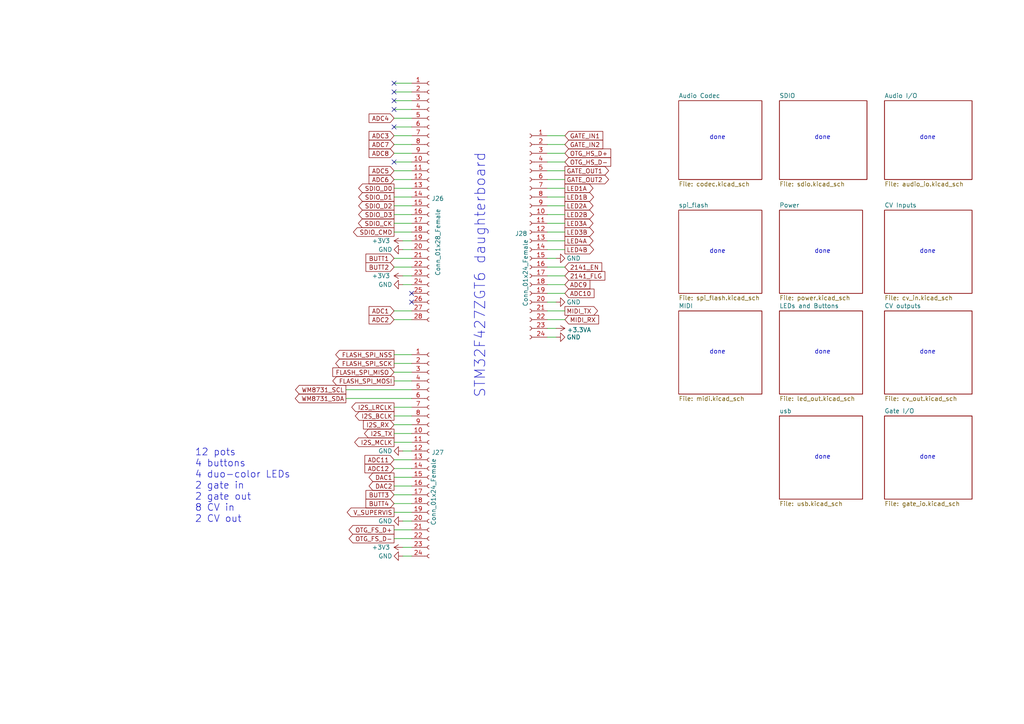
<source format=kicad_sch>
(kicad_sch (version 20211123) (generator eeschema)
  (paper "A4")
  (lib_symbols
    (symbol "Connector:Conn_01x24_Female" (pin_names (offset 1.016) hide)
      (property "Reference" "J" (at 0 30.48 0))
      (property "Value" "Conn_01x24_Female" (at 0 -33.02 0))
      (symbol "Conn_01x24_Female_1_1"
        (arc (start 0 -29.972) (mid -0.508 -30.48) (end 0 -30.988) (stroke (width 0.1524)))
        (arc (start 0 -27.432) (mid -0.508 -27.94) (end 0 -28.448) (stroke (width 0.1524)))
        (arc (start 0 -24.892) (mid -0.508 -25.4) (end 0 -25.908) (stroke (width 0.1524)))
        (arc (start 0 -22.352) (mid -0.508 -22.86) (end 0 -23.368) (stroke (width 0.1524)))
        (arc (start 0 -19.812) (mid -0.508 -20.32) (end 0 -20.828) (stroke (width 0.1524)))
        (arc (start 0 -17.272) (mid -0.508 -17.78) (end 0 -18.288) (stroke (width 0.1524)))
        (arc (start 0 -14.732) (mid -0.508 -15.24) (end 0 -15.748) (stroke (width 0.1524)))
        (arc (start 0 -12.192) (mid -0.508 -12.7) (end 0 -13.208) (stroke (width 0.1524)))
        (arc (start 0 -9.652) (mid -0.508 -10.16) (end 0 -10.668) (stroke (width 0.1524)))
        (arc (start 0 -7.112) (mid -0.508 -7.62) (end 0 -8.128) (stroke (width 0.1524)))
        (arc (start 0 -4.572) (mid -0.508 -5.08) (end 0 -5.588) (stroke (width 0.1524)))
        (arc (start 0 -2.032) (mid -0.508 -2.54) (end 0 -3.048) (stroke (width 0.1524)))
        (polyline (pts (xy -1.27 -30.48) (xy -0.508 -30.48)) (stroke (width 0.1524)))
        (polyline (pts (xy -1.27 -27.94) (xy -0.508 -27.94)) (stroke (width 0.1524)))
        (polyline (pts (xy -1.27 -25.4) (xy -0.508 -25.4)) (stroke (width 0.1524)))
        (polyline (pts (xy -1.27 -22.86) (xy -0.508 -22.86)) (stroke (width 0.1524)))
        (polyline (pts (xy -1.27 -20.32) (xy -0.508 -20.32)) (stroke (width 0.1524)))
        (polyline (pts (xy -1.27 -17.78) (xy -0.508 -17.78)) (stroke (width 0.1524)))
        (polyline (pts (xy -1.27 -15.24) (xy -0.508 -15.24)) (stroke (width 0.1524)))
        (polyline (pts (xy -1.27 -12.7) (xy -0.508 -12.7)) (stroke (width 0.1524)))
        (polyline (pts (xy -1.27 -10.16) (xy -0.508 -10.16)) (stroke (width 0.1524)))
        (polyline (pts (xy -1.27 -7.62) (xy -0.508 -7.62)) (stroke (width 0.1524)))
        (polyline (pts (xy -1.27 -5.08) (xy -0.508 -5.08)) (stroke (width 0.1524)))
        (polyline (pts (xy -1.27 -2.54) (xy -0.508 -2.54)) (stroke (width 0.1524)))
        (polyline (pts (xy -1.27 0) (xy -0.508 0)) (stroke (width 0.1524)))
        (polyline (pts (xy -1.27 2.54) (xy -0.508 2.54)) (stroke (width 0.1524)))
        (polyline (pts (xy -1.27 5.08) (xy -0.508 5.08)) (stroke (width 0.1524)))
        (polyline (pts (xy -1.27 7.62) (xy -0.508 7.62)) (stroke (width 0.1524)))
        (polyline (pts (xy -1.27 10.16) (xy -0.508 10.16)) (stroke (width 0.1524)))
        (polyline (pts (xy -1.27 12.7) (xy -0.508 12.7)) (stroke (width 0.1524)))
        (polyline (pts (xy -1.27 15.24) (xy -0.508 15.24)) (stroke (width 0.1524)))
        (polyline (pts (xy -1.27 17.78) (xy -0.508 17.78)) (stroke (width 0.1524)))
        (polyline (pts (xy -1.27 20.32) (xy -0.508 20.32)) (stroke (width 0.1524)))
        (polyline (pts (xy -1.27 22.86) (xy -0.508 22.86)) (stroke (width 0.1524)))
        (polyline (pts (xy -1.27 25.4) (xy -0.508 25.4)) (stroke (width 0.1524)))
        (polyline (pts (xy -1.27 27.94) (xy -0.508 27.94)) (stroke (width 0.1524)))
        (arc (start 0 0.508) (mid -0.508 0) (end 0 -0.508) (stroke (width 0.1524)))
        (arc (start 0 3.048) (mid -0.508 2.54) (end 0 2.032) (stroke (width 0.1524)))
        (arc (start 0 5.588) (mid -0.508 5.08) (end 0 4.572) (stroke (width 0.1524)))
        (arc (start 0 8.128) (mid -0.508 7.62) (end 0 7.112) (stroke (width 0.1524)))
        (arc (start 0 10.668) (mid -0.508 10.16) (end 0 9.652) (stroke (width 0.1524)))
        (arc (start 0 13.208) (mid -0.508 12.7) (end 0 12.192) (stroke (width 0.1524)))
        (arc (start 0 15.748) (mid -0.508 15.24) (end 0 14.732) (stroke (width 0.1524)))
        (arc (start 0 18.288) (mid -0.508 17.78) (end 0 17.272) (stroke (width 0.1524)))
        (arc (start 0 20.828) (mid -0.508 20.32) (end 0 19.812) (stroke (width 0.1524)))
        (arc (start 0 23.368) (mid -0.508 22.86) (end 0 22.352) (stroke (width 0.1524)))
        (arc (start 0 25.908) (mid -0.508 25.4) (end 0 24.892) (stroke (width 0.1524)))
        (arc (start 0 28.448) (mid -0.508 27.94) (end 0 27.432) (stroke (width 0.1524)))
        (pin passive line (at -5.08 27.94 0) (length 3.81) (name "Pin_1") (number "1"))
        (pin passive line (at -5.08 5.08 0) (length 3.81) (name "Pin_10") (number "10"))
        (pin passive line (at -5.08 2.54 0) (length 3.81) (name "Pin_11") (number "11"))
        (pin passive line (at -5.08 0 0) (length 3.81) (name "Pin_12") (number "12"))
        (pin passive line (at -5.08 -2.54 0) (length 3.81) (name "Pin_13") (number "13"))
        (pin passive line (at -5.08 -5.08 0) (length 3.81) (name "Pin_14") (number "14"))
        (pin passive line (at -5.08 -7.62 0) (length 3.81) (name "Pin_15") (number "15"))
        (pin passive line (at -5.08 -10.16 0) (length 3.81) (name "Pin_16") (number "16"))
        (pin passive line (at -5.08 -12.7 0) (length 3.81) (name "Pin_17") (number "17"))
        (pin passive line (at -5.08 -15.24 0) (length 3.81) (name "Pin_18") (number "18"))
        (pin passive line (at -5.08 -17.78 0) (length 3.81) (name "Pin_19") (number "19"))
        (pin passive line (at -5.08 25.4 0) (length 3.81) (name "Pin_2") (number "2"))
        (pin passive line (at -5.08 -20.32 0) (length 3.81) (name "Pin_20") (number "20"))
        (pin passive line (at -5.08 -22.86 0) (length 3.81) (name "Pin_21") (number "21"))
        (pin passive line (at -5.08 -25.4 0) (length 3.81) (name "Pin_22") (number "22"))
        (pin passive line (at -5.08 -27.94 0) (length 3.81) (name "Pin_23") (number "23"))
        (pin passive line (at -5.08 -30.48 0) (length 3.81) (name "Pin_24") (number "24"))
        (pin passive line (at -5.08 22.86 0) (length 3.81) (name "Pin_3") (number "3"))
        (pin passive line (at -5.08 20.32 0) (length 3.81) (name "Pin_4") (number "4"))
        (pin passive line (at -5.08 17.78 0) (length 3.81) (name "Pin_5") (number "5"))
        (pin passive line (at -5.08 15.24 0) (length 3.81) (name "Pin_6") (number "6"))
        (pin passive line (at -5.08 12.7 0) (length 3.81) (name "Pin_7") (number "7"))
        (pin passive line (at -5.08 10.16 0) (length 3.81) (name "Pin_8") (number "8"))
        (pin passive line (at -5.08 7.62 0) (length 3.81) (name "Pin_9") (number "9"))
      )
    )
    (symbol "Connector:Conn_01x28_Female" (pin_names (offset 1.016) hide)
      (property "Reference" "J" (at 0 35.56 0))
      (property "Value" "Conn_01x28_Female" (at 0 -38.1 0))
      (symbol "Conn_01x28_Female_1_1"
        (arc (start 0 -35.052) (mid -0.508 -35.56) (end 0 -36.068) (stroke (width 0.1524)))
        (arc (start 0 -32.512) (mid -0.508 -33.02) (end 0 -33.528) (stroke (width 0.1524)))
        (arc (start 0 -29.972) (mid -0.508 -30.48) (end 0 -30.988) (stroke (width 0.1524)))
        (arc (start 0 -27.432) (mid -0.508 -27.94) (end 0 -28.448) (stroke (width 0.1524)))
        (arc (start 0 -24.892) (mid -0.508 -25.4) (end 0 -25.908) (stroke (width 0.1524)))
        (arc (start 0 -22.352) (mid -0.508 -22.86) (end 0 -23.368) (stroke (width 0.1524)))
        (arc (start 0 -19.812) (mid -0.508 -20.32) (end 0 -20.828) (stroke (width 0.1524)))
        (arc (start 0 -17.272) (mid -0.508 -17.78) (end 0 -18.288) (stroke (width 0.1524)))
        (arc (start 0 -14.732) (mid -0.508 -15.24) (end 0 -15.748) (stroke (width 0.1524)))
        (arc (start 0 -12.192) (mid -0.508 -12.7) (end 0 -13.208) (stroke (width 0.1524)))
        (arc (start 0 -9.652) (mid -0.508 -10.16) (end 0 -10.668) (stroke (width 0.1524)))
        (arc (start 0 -7.112) (mid -0.508 -7.62) (end 0 -8.128) (stroke (width 0.1524)))
        (arc (start 0 -4.572) (mid -0.508 -5.08) (end 0 -5.588) (stroke (width 0.1524)))
        (arc (start 0 -2.032) (mid -0.508 -2.54) (end 0 -3.048) (stroke (width 0.1524)))
        (polyline (pts (xy -1.27 -35.56) (xy -0.508 -35.56)) (stroke (width 0.1524)))
        (polyline (pts (xy -1.27 -33.02) (xy -0.508 -33.02)) (stroke (width 0.1524)))
        (polyline (pts (xy -1.27 -30.48) (xy -0.508 -30.48)) (stroke (width 0.1524)))
        (polyline (pts (xy -1.27 -27.94) (xy -0.508 -27.94)) (stroke (width 0.1524)))
        (polyline (pts (xy -1.27 -25.4) (xy -0.508 -25.4)) (stroke (width 0.1524)))
        (polyline (pts (xy -1.27 -22.86) (xy -0.508 -22.86)) (stroke (width 0.1524)))
        (polyline (pts (xy -1.27 -20.32) (xy -0.508 -20.32)) (stroke (width 0.1524)))
        (polyline (pts (xy -1.27 -17.78) (xy -0.508 -17.78)) (stroke (width 0.1524)))
        (polyline (pts (xy -1.27 -15.24) (xy -0.508 -15.24)) (stroke (width 0.1524)))
        (polyline (pts (xy -1.27 -12.7) (xy -0.508 -12.7)) (stroke (width 0.1524)))
        (polyline (pts (xy -1.27 -10.16) (xy -0.508 -10.16)) (stroke (width 0.1524)))
        (polyline (pts (xy -1.27 -7.62) (xy -0.508 -7.62)) (stroke (width 0.1524)))
        (polyline (pts (xy -1.27 -5.08) (xy -0.508 -5.08)) (stroke (width 0.1524)))
        (polyline (pts (xy -1.27 -2.54) (xy -0.508 -2.54)) (stroke (width 0.1524)))
        (polyline (pts (xy -1.27 0) (xy -0.508 0)) (stroke (width 0.1524)))
        (polyline (pts (xy -1.27 2.54) (xy -0.508 2.54)) (stroke (width 0.1524)))
        (polyline (pts (xy -1.27 5.08) (xy -0.508 5.08)) (stroke (width 0.1524)))
        (polyline (pts (xy -1.27 7.62) (xy -0.508 7.62)) (stroke (width 0.1524)))
        (polyline (pts (xy -1.27 10.16) (xy -0.508 10.16)) (stroke (width 0.1524)))
        (polyline (pts (xy -1.27 12.7) (xy -0.508 12.7)) (stroke (width 0.1524)))
        (polyline (pts (xy -1.27 15.24) (xy -0.508 15.24)) (stroke (width 0.1524)))
        (polyline (pts (xy -1.27 17.78) (xy -0.508 17.78)) (stroke (width 0.1524)))
        (polyline (pts (xy -1.27 20.32) (xy -0.508 20.32)) (stroke (width 0.1524)))
        (polyline (pts (xy -1.27 22.86) (xy -0.508 22.86)) (stroke (width 0.1524)))
        (polyline (pts (xy -1.27 25.4) (xy -0.508 25.4)) (stroke (width 0.1524)))
        (polyline (pts (xy -1.27 27.94) (xy -0.508 27.94)) (stroke (width 0.1524)))
        (polyline (pts (xy -1.27 30.48) (xy -0.508 30.48)) (stroke (width 0.1524)))
        (polyline (pts (xy -1.27 33.02) (xy -0.508 33.02)) (stroke (width 0.1524)))
        (arc (start 0 0.508) (mid -0.508 0) (end 0 -0.508) (stroke (width 0.1524)))
        (arc (start 0 3.048) (mid -0.508 2.54) (end 0 2.032) (stroke (width 0.1524)))
        (arc (start 0 5.588) (mid -0.508 5.08) (end 0 4.572) (stroke (width 0.1524)))
        (arc (start 0 8.128) (mid -0.508 7.62) (end 0 7.112) (stroke (width 0.1524)))
        (arc (start 0 10.668) (mid -0.508 10.16) (end 0 9.652) (stroke (width 0.1524)))
        (arc (start 0 13.208) (mid -0.508 12.7) (end 0 12.192) (stroke (width 0.1524)))
        (arc (start 0 15.748) (mid -0.508 15.24) (end 0 14.732) (stroke (width 0.1524)))
        (arc (start 0 18.288) (mid -0.508 17.78) (end 0 17.272) (stroke (width 0.1524)))
        (arc (start 0 20.828) (mid -0.508 20.32) (end 0 19.812) (stroke (width 0.1524)))
        (arc (start 0 23.368) (mid -0.508 22.86) (end 0 22.352) (stroke (width 0.1524)))
        (arc (start 0 25.908) (mid -0.508 25.4) (end 0 24.892) (stroke (width 0.1524)))
        (arc (start 0 28.448) (mid -0.508 27.94) (end 0 27.432) (stroke (width 0.1524)))
        (arc (start 0 30.988) (mid -0.508 30.48) (end 0 29.972) (stroke (width 0.1524)))
        (arc (start 0 33.528) (mid -0.508 33.02) (end 0 32.512) (stroke (width 0.1524)))
        (pin passive line (at -5.08 33.02 0) (length 3.81) (name "Pin_1") (number "1"))
        (pin passive line (at -5.08 10.16 0) (length 3.81) (name "Pin_10") (number "10"))
        (pin passive line (at -5.08 7.62 0) (length 3.81) (name "Pin_11") (number "11"))
        (pin passive line (at -5.08 5.08 0) (length 3.81) (name "Pin_12") (number "12"))
        (pin passive line (at -5.08 2.54 0) (length 3.81) (name "Pin_13") (number "13"))
        (pin passive line (at -5.08 0 0) (length 3.81) (name "Pin_14") (number "14"))
        (pin passive line (at -5.08 -2.54 0) (length 3.81) (name "Pin_15") (number "15"))
        (pin passive line (at -5.08 -5.08 0) (length 3.81) (name "Pin_16") (number "16"))
        (pin passive line (at -5.08 -7.62 0) (length 3.81) (name "Pin_17") (number "17"))
        (pin passive line (at -5.08 -10.16 0) (length 3.81) (name "Pin_18") (number "18"))
        (pin passive line (at -5.08 -12.7 0) (length 3.81) (name "Pin_19") (number "19"))
        (pin passive line (at -5.08 30.48 0) (length 3.81) (name "Pin_2") (number "2"))
        (pin passive line (at -5.08 -15.24 0) (length 3.81) (name "Pin_20") (number "20"))
        (pin passive line (at -5.08 -17.78 0) (length 3.81) (name "Pin_21") (number "21"))
        (pin passive line (at -5.08 -20.32 0) (length 3.81) (name "Pin_22") (number "22"))
        (pin passive line (at -5.08 -22.86 0) (length 3.81) (name "Pin_23") (number "23"))
        (pin passive line (at -5.08 -25.4 0) (length 3.81) (name "Pin_24") (number "24"))
        (pin passive line (at -5.08 -27.94 0) (length 3.81) (name "Pin_25") (number "25"))
        (pin passive line (at -5.08 -30.48 0) (length 3.81) (name "Pin_26") (number "26"))
        (pin passive line (at -5.08 -33.02 0) (length 3.81) (name "Pin_27") (number "27"))
        (pin passive line (at -5.08 -35.56 0) (length 3.81) (name "Pin_28") (number "28"))
        (pin passive line (at -5.08 27.94 0) (length 3.81) (name "Pin_3") (number "3"))
        (pin passive line (at -5.08 25.4 0) (length 3.81) (name "Pin_4") (number "4"))
        (pin passive line (at -5.08 22.86 0) (length 3.81) (name "Pin_5") (number "5"))
        (pin passive line (at -5.08 20.32 0) (length 3.81) (name "Pin_6") (number "6"))
        (pin passive line (at -5.08 17.78 0) (length 3.81) (name "Pin_7") (number "7"))
        (pin passive line (at -5.08 15.24 0) (length 3.81) (name "Pin_8") (number "8"))
        (pin passive line (at -5.08 12.7 0) (length 3.81) (name "Pin_9") (number "9"))
      )
    )
    (symbol "power:+3.3V" (power) (pin_names (offset 0))
      (property "Value" "+3.3V" (at 0 3.556 0))
      (symbol "+3.3V_0_1"
        (polyline (pts (xy -0.762 1.27) (xy 0 2.54)))
        (polyline (pts (xy 0 0) (xy 0 2.54)))
        (polyline (pts (xy 0 2.54) (xy 0.762 1.27)))
      )
      (symbol "+3.3V_1_1"
        (pin power_in line (at 0 0 90) (length 0) hide (name "+3V3") (number "1"))
      )
    )
    (symbol "power:+3.3VA" (power) (pin_names (offset 0))
      (property "Value" "+3.3VA" (at 0 3.556 0))
      (symbol "+3.3VA_0_1"
        (polyline (pts (xy -0.762 1.27) (xy 0 2.54)))
        (polyline (pts (xy 0 0) (xy 0 2.54)))
        (polyline (pts (xy 0 2.54) (xy 0.762 1.27)))
      )
      (symbol "+3.3VA_1_1"
        (pin power_in line (at 0 0 90) (length 0) hide (name "+3.3VA") (number "1"))
      )
    )
    (symbol "power:GND" (power) (pin_names (offset 0))
      (property "Value" "GND" (at 0 -3.81 0))
      (symbol "GND_0_1"
        (polyline (pts (xy 0 0) (xy 0 -1.27) (xy 1.27 -1.27) (xy 0 -2.54) (xy -1.27 -1.27) (xy 0 -1.27)))
      )
      (symbol "GND_1_1"
        (pin power_in line (at 0 0 270) (length 0) hide (name "GND") (number "1"))
      )
    )
  )
  (no_connect (at 114.3 31.75))
  (no_connect (at 119.38 85.09))
  (no_connect (at 114.3 36.83))
  (no_connect (at 114.3 29.21))
  (no_connect (at 114.3 26.67))
  (no_connect (at 114.3 24.13))
  (no_connect (at 114.3 46.99))
  (no_connect (at 119.38 87.63))
  (wire (pts (xy 114.3 138.43) (xy 119.38 138.43)))
  (wire (pts (xy 114.3 125.73) (xy 119.38 125.73)))
  (wire (pts (xy 158.75 87.63) (xy 161.29 87.63)))
  (wire (pts (xy 119.38 148.59) (xy 114.3 148.59)))
  (wire (pts (xy 158.75 52.07) (xy 163.83 52.07)))
  (wire (pts (xy 114.3 26.67) (xy 119.38 26.67)))
  (wire (pts (xy 158.75 72.39) (xy 163.83 72.39)))
  (wire (pts (xy 163.83 85.09) (xy 158.75 85.09)))
  (wire (pts (xy 119.38 156.21) (xy 114.3 156.21)))
  (wire (pts (xy 163.83 82.55) (xy 158.75 82.55)))
  (wire (pts (xy 158.75 77.47) (xy 163.83 77.47)))
  (wire (pts (xy 116.84 151.13) (xy 119.38 151.13)))
  (wire (pts (xy 163.83 64.77) (xy 158.75 64.77)))
  (wire (pts (xy 119.38 59.69) (xy 114.3 59.69)))
  (wire (pts (xy 114.3 52.07) (xy 119.38 52.07)))
  (wire (pts (xy 114.3 110.49) (xy 119.38 110.49)))
  (wire (pts (xy 116.84 158.75) (xy 119.38 158.75)))
  (wire (pts (xy 114.3 105.41) (xy 119.38 105.41)))
  (wire (pts (xy 114.3 62.23) (xy 119.38 62.23)))
  (wire (pts (xy 119.38 54.61) (xy 114.3 54.61)))
  (wire (pts (xy 116.84 69.85) (xy 119.38 69.85)))
  (wire (pts (xy 114.3 24.13) (xy 119.38 24.13)))
  (wire (pts (xy 163.83 49.53) (xy 158.75 49.53)))
  (wire (pts (xy 119.38 74.93) (xy 114.3 74.93)))
  (wire (pts (xy 163.83 41.91) (xy 158.75 41.91)))
  (wire (pts (xy 114.3 49.53) (xy 119.38 49.53)))
  (wire (pts (xy 114.3 36.83) (xy 119.38 36.83)))
  (wire (pts (xy 158.75 39.37) (xy 163.83 39.37)))
  (wire (pts (xy 114.3 92.71) (xy 119.38 92.71)))
  (wire (pts (xy 100.33 115.57) (xy 119.38 115.57)))
  (wire (pts (xy 114.3 128.27) (xy 119.38 128.27)))
  (wire (pts (xy 158.75 46.99) (xy 163.83 46.99)))
  (wire (pts (xy 114.3 39.37) (xy 119.38 39.37)))
  (wire (pts (xy 114.3 64.77) (xy 119.38 64.77)))
  (wire (pts (xy 114.3 102.87) (xy 119.38 102.87)))
  (wire (pts (xy 163.83 59.69) (xy 158.75 59.69)))
  (wire (pts (xy 116.84 72.39) (xy 119.38 72.39)))
  (wire (pts (xy 114.3 135.89) (xy 119.38 135.89)))
  (wire (pts (xy 114.3 107.95) (xy 119.38 107.95)))
  (wire (pts (xy 100.33 113.03) (xy 119.38 113.03)))
  (wire (pts (xy 161.29 95.25) (xy 158.75 95.25)))
  (wire (pts (xy 119.38 153.67) (xy 114.3 153.67)))
  (wire (pts (xy 114.3 41.91) (xy 119.38 41.91)))
  (wire (pts (xy 114.3 90.17) (xy 119.38 90.17)))
  (wire (pts (xy 114.3 67.31) (xy 119.38 67.31)))
  (wire (pts (xy 114.3 57.15) (xy 119.38 57.15)))
  (wire (pts (xy 114.3 146.05) (xy 119.38 146.05)))
  (wire (pts (xy 158.75 67.31) (xy 163.83 67.31)))
  (wire (pts (xy 158.75 62.23) (xy 163.83 62.23)))
  (wire (pts (xy 163.83 54.61) (xy 158.75 54.61)))
  (wire (pts (xy 114.3 133.35) (xy 119.38 133.35)))
  (wire (pts (xy 119.38 77.47) (xy 114.3 77.47)))
  (wire (pts (xy 158.75 97.79) (xy 161.29 97.79)))
  (wire (pts (xy 119.38 161.29) (xy 116.84 161.29)))
  (wire (pts (xy 114.3 29.21) (xy 119.38 29.21)))
  (wire (pts (xy 158.75 74.93) (xy 161.29 74.93)))
  (wire (pts (xy 119.38 130.81) (xy 116.84 130.81)))
  (wire (pts (xy 114.3 143.51) (xy 119.38 143.51)))
  (wire (pts (xy 114.3 34.29) (xy 119.38 34.29)))
  (wire (pts (xy 158.75 80.01) (xy 163.83 80.01)))
  (wire (pts (xy 114.3 118.11) (xy 119.38 118.11)))
  (wire (pts (xy 114.3 31.75) (xy 119.38 31.75)))
  (wire (pts (xy 158.75 57.15) (xy 163.83 57.15)))
  (wire (pts (xy 116.84 80.01) (xy 119.38 80.01)))
  (wire (pts (xy 163.83 69.85) (xy 158.75 69.85)))
  (wire (pts (xy 114.3 140.97) (xy 119.38 140.97)))
  (wire (pts (xy 114.3 44.45) (xy 119.38 44.45)))
  (wire (pts (xy 114.3 120.65) (xy 119.38 120.65)))
  (wire (pts (xy 116.84 82.55) (xy 119.38 82.55)))
  (wire (pts (xy 163.83 90.17) (xy 158.75 90.17)))
  (wire (pts (xy 158.75 44.45) (xy 163.83 44.45)))
  (wire (pts (xy 163.83 92.71) (xy 158.75 92.71)))
  (wire (pts (xy 114.3 123.19) (xy 119.38 123.19)))
  (wire (pts (xy 114.3 46.99) (xy 119.38 46.99)))
  (text "done" (at 266.7 73.66 0) (effects (font (size 1.27 1.27)) (justify left bottom)))
  (text "done" (at 236.22 40.64 0) (effects (font (size 1.27 1.27)) (justify left bottom)))
  (text "done" (at 236.22 73.66 0) (effects (font (size 1.27 1.27)) (justify left bottom)))
  (text "done" (at 205.74 40.64 0) (effects (font (size 1.27 1.27)) (justify left bottom)))
  (text "STM32F427ZGT6 daughterboard" (at 140.97 115.57 90) (effects (font (size 3 3)) (justify left bottom)))
  (text "done" (at 266.7 40.64 0) (effects (font (size 1.27 1.27)) (justify left bottom)))
  (text "done" (at 266.7 102.87 0) (effects (font (size 1.27 1.27)) (justify left bottom)))
  (text "done" (at 205.74 73.66 0) (effects (font (size 1.27 1.27)) (justify left bottom)))
  (text "done" (at 236.22 102.87 0) (effects (font (size 1.27 1.27)) (justify left bottom)))
  (text "done" (at 236.22 133.35 0) (effects (font (size 1.27 1.27)) (justify left bottom)))
  (text "12 pots\n4 buttons\n4 duo-color LEDs\n2 gate in\n2 gate out\n8 CV in\n2 CV out" (at 56.515 151.765 0) (effects (font (size 2 2)) (justify left bottom)))
  (text "done" (at 266.7 133.35 0) (effects (font (size 1.27 1.27)) (justify left bottom)))
  (text "done" (at 205.74 102.87 0) (effects (font (size 1.27 1.27)) (justify left bottom)))
  (global_label "BUTT3" (shape input) (at 114.3 143.51 180) (property "Intersheet References" "${INTERSHEET_REFS}" (effects hide)))
  (global_label "I2S_TX" (shape output) (at 114.3 125.73 180) (property "Intersheet References" "${INTERSHEET_REFS}" (effects hide)))
  (global_label "LED2B" (shape output) (at 163.83 62.23 0) (property "Intersheet References" "${INTERSHEET_REFS}" (effects hide)))
  (global_label "I2S_RX" (shape input) (at 114.3 123.19 180) (property "Intersheet References" "${INTERSHEET_REFS}" (effects hide)))
  (global_label "MIDI_TX" (shape output) (at 163.83 90.17 0) (property "Intersheet References" "${INTERSHEET_REFS}" (effects hide)))
  (global_label "LED3B" (shape output) (at 163.83 67.31 0) (property "Intersheet References" "${INTERSHEET_REFS}" (effects hide)))
  (global_label "SDIO_CMD" (shape output) (at 114.3 67.31 180) (property "Intersheet References" "${INTERSHEET_REFS}" (effects hide)))
  (global_label "LED3A" (shape output) (at 163.83 64.77 0) (property "Intersheet References" "${INTERSHEET_REFS}" (effects hide)))
  (global_label "MIDI_RX" (shape input) (at 163.83 92.71 0) (property "Intersheet References" "${INTERSHEET_REFS}" (effects hide)))
  (global_label "GATE_OUT2" (shape output) (at 163.83 52.07 0) (property "Intersheet References" "${INTERSHEET_REFS}" (effects hide)))
  (global_label "FLASH_SPI_MOSI" (shape output) (at 114.3 110.49 180) (property "Intersheet References" "${INTERSHEET_REFS}" (effects hide)))
  (global_label "ADC11" (shape input) (at 114.3 133.35 180) (property "Intersheet References" "${INTERSHEET_REFS}" (effects hide)))
  (global_label "OTG_FS_D+" (shape output) (at 114.3 153.67 180) (property "Intersheet References" "${INTERSHEET_REFS}" (effects hide)))
  (global_label "DAC1" (shape output) (at 114.3 138.43 180) (property "Intersheet References" "${INTERSHEET_REFS}" (effects hide)))
  (global_label "ADC4" (shape input) (at 114.3 34.29 180) (property "Intersheet References" "${INTERSHEET_REFS}" (effects hide)))
  (global_label "2141_FLG" (shape input) (at 163.83 80.01 0) (property "Intersheet References" "${INTERSHEET_REFS}" (effects hide)))
  (global_label "ADC10" (shape input) (at 163.83 85.09 0) (property "Intersheet References" "${INTERSHEET_REFS}" (effects hide)))
  (global_label "ADC9" (shape input) (at 163.83 82.55 0) (property "Intersheet References" "${INTERSHEET_REFS}" (effects hide)))
  (global_label "FLASH_SPI_SCK" (shape output) (at 114.3 105.41 180) (property "Intersheet References" "${INTERSHEET_REFS}" (effects hide)))
  (global_label "FLASH_SPI_MISO" (shape input) (at 114.3 107.95 180) (property "Intersheet References" "${INTERSHEET_REFS}" (effects hide)))
  (global_label "LED4B" (shape output) (at 163.83 72.39 0) (property "Intersheet References" "${INTERSHEET_REFS}" (effects hide)))
  (global_label "ADC12" (shape input) (at 114.3 135.89 180) (property "Intersheet References" "${INTERSHEET_REFS}" (effects hide)))
  (global_label "LED1A" (shape output) (at 163.83 54.61 0) (property "Intersheet References" "${INTERSHEET_REFS}" (effects hide)))
  (global_label "SDIO_D3" (shape output) (at 114.3 62.23 180) (property "Intersheet References" "${INTERSHEET_REFS}" (effects hide)))
  (global_label "LED1B" (shape output) (at 163.83 57.15 0) (property "Intersheet References" "${INTERSHEET_REFS}" (effects hide)))
  (global_label "ADC3" (shape input) (at 114.3 39.37 180) (property "Intersheet References" "${INTERSHEET_REFS}" (effects hide)))
  (global_label "SDIO_CK" (shape output) (at 114.3 64.77 180) (property "Intersheet References" "${INTERSHEET_REFS}" (effects hide)))
  (global_label "BUTT1" (shape input) (at 114.3 74.93 180) (property "Intersheet References" "${INTERSHEET_REFS}" (effects hide)))
  (global_label "GATE_IN1" (shape input) (at 163.83 39.37 0) (property "Intersheet References" "${INTERSHEET_REFS}" (effects hide)))
  (global_label "WM8731_SDA" (shape output) (at 100.33 115.57 180) (property "Intersheet References" "${INTERSHEET_REFS}" (effects hide)))
  (global_label "OTG_HS_D-" (shape input) (at 163.83 46.99 0) (property "Intersheet References" "${INTERSHEET_REFS}" (effects hide)))
  (global_label "ADC7" (shape input) (at 114.3 41.91 180) (property "Intersheet References" "${INTERSHEET_REFS}" (effects hide)))
  (global_label "ADC1" (shape input) (at 114.3 90.17 180) (property "Intersheet References" "${INTERSHEET_REFS}" (effects hide)))
  (global_label "ADC6" (shape input) (at 114.3 52.07 180) (property "Intersheet References" "${INTERSHEET_REFS}" (effects hide)))
  (global_label "I2S_BCLK" (shape output) (at 114.3 120.65 180) (property "Intersheet References" "${INTERSHEET_REFS}" (effects hide)))
  (global_label "I2S_LRCLK" (shape output) (at 114.3 118.11 180) (property "Intersheet References" "${INTERSHEET_REFS}" (effects hide)))
  (global_label "BUTT4" (shape input) (at 114.3 146.05 180) (property "Intersheet References" "${INTERSHEET_REFS}" (effects hide)))
  (global_label "SDIO_D0" (shape output) (at 114.3 54.61 180) (property "Intersheet References" "${INTERSHEET_REFS}" (effects hide)))
  (global_label "OTG_FS_D-" (shape output) (at 114.3 156.21 180) (property "Intersheet References" "${INTERSHEET_REFS}" (effects hide)))
  (global_label "DAC2" (shape output) (at 114.3 140.97 180) (property "Intersheet References" "${INTERSHEET_REFS}" (effects hide)))
  (global_label "WM8731_SCL" (shape output) (at 100.33 113.03 180) (property "Intersheet References" "${INTERSHEET_REFS}" (effects hide)))
  (global_label "GATE_OUT1" (shape output) (at 163.83 49.53 0) (property "Intersheet References" "${INTERSHEET_REFS}" (effects hide)))
  (global_label "ADC8" (shape input) (at 114.3 44.45 180) (property "Intersheet References" "${INTERSHEET_REFS}" (effects hide)))
  (global_label "BUTT2" (shape input) (at 114.3 77.47 180) (property "Intersheet References" "${INTERSHEET_REFS}" (effects hide)))
  (global_label "OTG_HS_D+" (shape input) (at 163.83 44.45 0) (property "Intersheet References" "${INTERSHEET_REFS}" (effects hide)))
  (global_label "2141_EN" (shape input) (at 163.83 77.47 0) (property "Intersheet References" "${INTERSHEET_REFS}" (effects hide)))
  (global_label "ADC5" (shape input) (at 114.3 49.53 180) (property "Intersheet References" "${INTERSHEET_REFS}" (effects hide)))
  (global_label "V_SUPERVIS" (shape output) (at 114.3 148.59 180) (property "Intersheet References" "${INTERSHEET_REFS}" (effects hide)))
  (global_label "SDIO_D1" (shape output) (at 114.3 57.15 180) (property "Intersheet References" "${INTERSHEET_REFS}" (effects hide)))
  (global_label "GATE_IN2" (shape input) (at 163.83 41.91 0) (property "Intersheet References" "${INTERSHEET_REFS}" (effects hide)))
  (global_label "SDIO_D2" (shape output) (at 114.3 59.69 180) (property "Intersheet References" "${INTERSHEET_REFS}" (effects hide)))
  (global_label "LED4A" (shape output) (at 163.83 69.85 0) (property "Intersheet References" "${INTERSHEET_REFS}" (effects hide)))
  (global_label "I2S_MCLK" (shape output) (at 114.3 128.27 180) (property "Intersheet References" "${INTERSHEET_REFS}" (effects hide)))
  (global_label "ADC2" (shape input) (at 114.3 92.71 180) (property "Intersheet References" "${INTERSHEET_REFS}" (effects hide)))
  (global_label "LED2A" (shape output) (at 163.83 59.69 0) (property "Intersheet References" "${INTERSHEET_REFS}" (effects hide)))
  (global_label "FLASH_SPI_NSS" (shape output) (at 114.3 102.87 180) (property "Intersheet References" "${INTERSHEET_REFS}" (effects hide)))
  (symbol (lib_id "power:GND") (at 116.84 161.29 270) (unit 1)
    (property "Reference" "#PWR01" (effects hide))
    (property "Value" "GND" (at 111.76 161.29 90))
  )
  (symbol (lib_id "power:GND") (at 161.29 87.63 90) (mirror x) (unit 1)
    (property "Reference" "#PWR0173" (effects hide))
    (property "Value" "GND" (at 166.37 87.63 90))
  )
  (symbol (lib_id "Connector:Conn_01x24_Female") (at 124.46 130.81 0) (unit 1)
    (property "Reference" "J27" (at 125.1712 131.2453 0) (effects (justify left)))
    (property "Value" "Conn_01x24_Female" (at 125.73 152.4 90) (effects (justify left)))
    (property "Footprint" "Connector_PinSocket_2.54mm:PinSocket_2x12_P2.54mm_Vertical" (effects hide))
  )
  (symbol (lib_id "power:+3.3VA") (at 161.29 95.25 270) (unit 1)
    (property "Reference" "#PWR0179" (effects hide))
    (property "Value" "+3.3VA" (at 164.465 95.6838 90) (effects (justify left)))
  )
  (symbol (lib_id "power:GND") (at 116.84 151.13 270) (unit 1)
    (property "Reference" "#PWR0180" (effects hide))
    (property "Value" "GND" (at 111.76 151.13 90))
  )
  (symbol (lib_id "power:+3.3V") (at 116.84 80.01 90) (unit 1)
    (property "Reference" "#PWR0178" (effects hide))
    (property "Value" "+3.3V" (at 110.49 80.01 90))
  )
  (symbol (lib_id "power:GND") (at 116.84 130.81 270) (unit 1)
    (property "Reference" "#PWR0182" (effects hide))
    (property "Value" "GND" (at 111.76 130.81 90))
  )
  (symbol (lib_id "power:GND") (at 116.84 82.55 270) (unit 1)
    (property "Reference" "#PWR0176" (effects hide))
    (property "Value" "GND" (at 111.76 82.55 90))
  )
  (symbol (lib_id "power:GND") (at 161.29 97.79 90) (mirror x) (unit 1)
    (property "Reference" "#PWR0172" (effects hide))
    (property "Value" "GND" (at 166.37 97.79 90))
  )
  (symbol (lib_id "power:GND") (at 116.84 72.39 270) (unit 1)
    (property "Reference" "#PWR0177" (effects hide))
    (property "Value" "GND" (at 111.76 72.39 90))
  )
  (symbol (lib_id "power:GND") (at 161.29 74.93 90) (mirror x) (unit 1)
    (property "Reference" "#PWR0175" (effects hide))
    (property "Value" "GND" (at 166.37 74.93 90))
  )
  (symbol (lib_id "power:+3.3V") (at 116.84 69.85 90) (mirror x) (unit 1)
    (property "Reference" "#PWR0174" (effects hide))
    (property "Value" "+3.3V" (at 110.49 69.85 90))
  )
  (symbol (lib_id "Connector:Conn_01x28_Female") (at 124.46 57.15 0) (unit 1)
    (property "Reference" "J26" (at 125.1712 57.5853 0) (effects (justify left)))
    (property "Value" "Conn_01x28_Female" (at 127 80.01 90) (effects (justify left)))
    (property "Footprint" "Connector_PinSocket_2.54mm:PinSocket_2x14_P2.54mm_Vertical" (effects hide))
  )
  (symbol (lib_id "power:+3.3V") (at 116.84 158.75 90) (unit 1)
    (property "Reference" "#PWR0181" (effects hide))
    (property "Value" "+3.3V" (at 110.49 158.75 90))
  )
  (symbol (lib_id "Connector:Conn_01x24_Female") (at 153.67 67.31 0) (mirror y) (unit 1)
    (property "Reference" "J28" (at 152.9588 67.7453 0) (effects (justify left)))
    (property "Value" "Conn_01x24_Female" (at 152.4 88.9 90) (effects (justify left)))
    (property "Footprint" "Connector_PinSocket_2.54mm:PinSocket_2x12_P2.54mm_Vertical" (effects hide))
  )
  (sheet (at 226.06 29.21) (size 25.4 22.86)
    (property "Sheet name" "SDIO" (at 226.06 28.4984 0) (effects (justify left bottom)))
    (property "Sheet file" "sdio.kicad_sch" (at 226.06 52.6546 0) (effects (justify left top)))
  )
  (sheet (at 226.06 60.96) (size 24.13 24.13)
    (property "Sheet name" "Power" (at 226.06 60.2484 0) (effects (justify left bottom)))
    (property "Sheet file" "power.kicad_sch" (at 226.06 85.6746 0) (effects (justify left top)))
  )
  (sheet (at 196.85 90.17) (size 24.13 24.13)
    (property "Sheet name" "MIDI" (at 196.85 89.4584 0) (effects (justify left bottom)))
    (property "Sheet file" "midi.kicad_sch" (at 196.85 114.8846 0) (effects (justify left top)))
  )
  (sheet (at 196.85 29.21) (size 24.13 22.86)
    (property "Sheet name" "Audio Codec" (at 196.85 28.4984 0) (effects (justify left bottom)))
    (property "Sheet file" "codec.kicad_sch" (at 196.85 52.6546 0) (effects (justify left top)))
  )
  (sheet (at 226.06 90.17) (size 24.13 24.13)
    (property "Sheet name" "LEDs and Buttons" (at 226.06 89.4584 0) (effects (justify left bottom)))
    (property "Sheet file" "led_out.kicad_sch" (at 226.06 114.8846 0) (effects (justify left top)))
  )
  (sheet (at 256.54 120.65) (size 25.4 24.13)
    (property "Sheet name" "Gate I/O" (at 256.54 119.9384 0) (effects (justify left bottom)))
    (property "Sheet file" "gate_io.kicad_sch" (at 256.54 145.3646 0) (effects (justify left top)))
  )
  (sheet (at 256.54 29.21) (size 25.4 22.86)
    (property "Sheet name" "Audio I/O" (at 256.54 28.4984 0) (effects (justify left bottom)))
    (property "Sheet file" "audio_io.kicad_sch" (at 256.54 52.6546 0) (effects (justify left top)))
  )
  (sheet (at 256.54 60.96) (size 25.4 24.13)
    (property "Sheet name" "CV Inputs" (at 256.54 60.2484 0) (effects (justify left bottom)))
    (property "Sheet file" "cv_in.kicad_sch" (at 256.54 85.6746 0) (effects (justify left top)))
  )
  (sheet (at 256.54 90.17) (size 25.4 24.13)
    (property "Sheet name" "CV outputs" (at 256.54 89.4584 0) (effects (justify left bottom)))
    (property "Sheet file" "cv_out.kicad_sch" (at 256.54 114.8846 0) (effects (justify left top)))
  )
  (sheet (at 226.06 120.65) (size 24.13 24.13) (stroke (width 0.1524))
    (property "Sheet name" "usb" (at 226.06 119.9384 0) (effects (justify left bottom)))
    (property "Sheet file" "usb.kicad_sch" (at 226.06 145.3646 0) (effects (justify left top)))
  )
  (sheet (at 196.85 60.96) (size 24.13 24.13) (stroke (width 0.1524))
    (property "Sheet name" "spi_flash" (at 196.85 60.2484 0) (effects (justify left bottom)))
    (property "Sheet file" "spi_flash.kicad_sch" (at 196.85 85.6746 0) (effects (justify left top)))
  )
)
</source>
